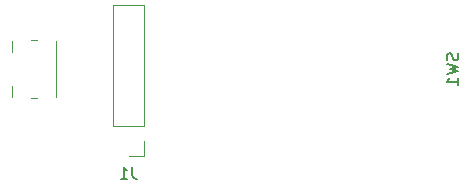
<source format=gbo>
G04 #@! TF.GenerationSoftware,KiCad,Pcbnew,(6.0.1)*
G04 #@! TF.CreationDate,2022-02-26T15:30:00+09:00*
G04 #@! TF.ProjectId,xbee-gyro20220207,78626565-2d67-4797-926f-323032323032,V1.1*
G04 #@! TF.SameCoordinates,Original*
G04 #@! TF.FileFunction,Legend,Bot*
G04 #@! TF.FilePolarity,Positive*
%FSLAX46Y46*%
G04 Gerber Fmt 4.6, Leading zero omitted, Abs format (unit mm)*
G04 Created by KiCad (PCBNEW (6.0.1)) date 2022-02-26 15:30:00*
%MOMM*%
%LPD*%
G01*
G04 APERTURE LIST*
%ADD10C,0.150000*%
%ADD11C,0.120000*%
G04 APERTURE END LIST*
D10*
X82904761Y-113666666D02*
X82952380Y-113809523D01*
X82952380Y-114047619D01*
X82904761Y-114142857D01*
X82857142Y-114190476D01*
X82761904Y-114238095D01*
X82666666Y-114238095D01*
X82571428Y-114190476D01*
X82523809Y-114142857D01*
X82476190Y-114047619D01*
X82428571Y-113857142D01*
X82380952Y-113761904D01*
X82333333Y-113714285D01*
X82238095Y-113666666D01*
X82142857Y-113666666D01*
X82047619Y-113714285D01*
X82000000Y-113761904D01*
X81952380Y-113857142D01*
X81952380Y-114095238D01*
X82000000Y-114238095D01*
X81952380Y-114571428D02*
X82952380Y-114809523D01*
X82238095Y-115000000D01*
X82952380Y-115190476D01*
X81952380Y-115428571D01*
X82952380Y-116333333D02*
X82952380Y-115761904D01*
X82952380Y-116047619D02*
X81952380Y-116047619D01*
X82095238Y-115952380D01*
X82190476Y-115857142D01*
X82238095Y-115761904D01*
X55358333Y-123272380D02*
X55358333Y-123986666D01*
X55405952Y-124129523D01*
X55501190Y-124224761D01*
X55644047Y-124272380D01*
X55739285Y-124272380D01*
X54358333Y-124272380D02*
X54929761Y-124272380D01*
X54644047Y-124272380D02*
X54644047Y-123272380D01*
X54739285Y-123415238D01*
X54834523Y-123510476D01*
X54929761Y-123558095D01*
D11*
X45150000Y-113575000D02*
X45150000Y-112650000D01*
X47275000Y-112550000D02*
X46725000Y-112550000D01*
X45150000Y-117350000D02*
X45150000Y-116425000D01*
X47275000Y-117450000D02*
X46725000Y-117450000D01*
X48850000Y-117350000D02*
X48850000Y-112650000D01*
X53695000Y-119780000D02*
X56355000Y-119780000D01*
X53695000Y-119780000D02*
X53695000Y-109560000D01*
X55025000Y-122380000D02*
X56355000Y-122380000D01*
X56355000Y-122380000D02*
X56355000Y-121050000D01*
X56355000Y-119780000D02*
X56355000Y-109560000D01*
X53695000Y-109560000D02*
X56355000Y-109560000D01*
M02*

</source>
